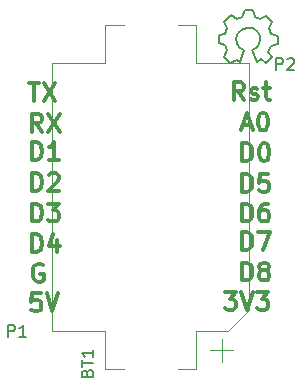
<source format=gto>
%TF.GenerationSoftware,KiCad,Pcbnew,(5.1.7)-1*%
%TF.CreationDate,2021-01-11T01:01:30-05:00*%
%TF.ProjectId,d1_mini_clock,64315f6d-696e-4695-9f63-6c6f636b2e6b,rev?*%
%TF.SameCoordinates,Original*%
%TF.FileFunction,Legend,Top*%
%TF.FilePolarity,Positive*%
%FSLAX46Y46*%
G04 Gerber Fmt 4.6, Leading zero omitted, Abs format (unit mm)*
G04 Created by KiCad (PCBNEW (5.1.7)-1) date 2021-01-11 01:01:30*
%MOMM*%
%LPD*%
G01*
G04 APERTURE LIST*
%ADD10C,0.300000*%
%ADD11C,0.150000*%
%ADD12C,0.120000*%
%ADD13O,2.200000X2.200000*%
G04 APERTURE END LIST*
D10*
X146828571Y-86778571D02*
X146328571Y-86064285D01*
X145971428Y-86778571D02*
X145971428Y-85278571D01*
X146542857Y-85278571D01*
X146685714Y-85350000D01*
X146757142Y-85421428D01*
X146828571Y-85564285D01*
X146828571Y-85778571D01*
X146757142Y-85921428D01*
X146685714Y-85992857D01*
X146542857Y-86064285D01*
X145971428Y-86064285D01*
X147400000Y-86707142D02*
X147542857Y-86778571D01*
X147828571Y-86778571D01*
X147971428Y-86707142D01*
X148042857Y-86564285D01*
X148042857Y-86492857D01*
X147971428Y-86350000D01*
X147828571Y-86278571D01*
X147614285Y-86278571D01*
X147471428Y-86207142D01*
X147400000Y-86064285D01*
X147400000Y-85992857D01*
X147471428Y-85850000D01*
X147614285Y-85778571D01*
X147828571Y-85778571D01*
X147971428Y-85850000D01*
X148471428Y-85778571D02*
X149042857Y-85778571D01*
X148685714Y-85278571D02*
X148685714Y-86564285D01*
X148757142Y-86707142D01*
X148900000Y-86778571D01*
X149042857Y-86778571D01*
X146728571Y-88950000D02*
X147442857Y-88950000D01*
X146585714Y-89378571D02*
X147085714Y-87878571D01*
X147585714Y-89378571D01*
X148371428Y-87878571D02*
X148514285Y-87878571D01*
X148657142Y-87950000D01*
X148728571Y-88021428D01*
X148800000Y-88164285D01*
X148871428Y-88450000D01*
X148871428Y-88807142D01*
X148800000Y-89092857D01*
X148728571Y-89235714D01*
X148657142Y-89307142D01*
X148514285Y-89378571D01*
X148371428Y-89378571D01*
X148228571Y-89307142D01*
X148157142Y-89235714D01*
X148085714Y-89092857D01*
X148014285Y-88807142D01*
X148014285Y-88450000D01*
X148085714Y-88164285D01*
X148157142Y-88021428D01*
X148228571Y-87950000D01*
X148371428Y-87878571D01*
X146692857Y-91978571D02*
X146692857Y-90478571D01*
X147050000Y-90478571D01*
X147264285Y-90550000D01*
X147407142Y-90692857D01*
X147478571Y-90835714D01*
X147550000Y-91121428D01*
X147550000Y-91335714D01*
X147478571Y-91621428D01*
X147407142Y-91764285D01*
X147264285Y-91907142D01*
X147050000Y-91978571D01*
X146692857Y-91978571D01*
X148478571Y-90478571D02*
X148621428Y-90478571D01*
X148764285Y-90550000D01*
X148835714Y-90621428D01*
X148907142Y-90764285D01*
X148978571Y-91050000D01*
X148978571Y-91407142D01*
X148907142Y-91692857D01*
X148835714Y-91835714D01*
X148764285Y-91907142D01*
X148621428Y-91978571D01*
X148478571Y-91978571D01*
X148335714Y-91907142D01*
X148264285Y-91835714D01*
X148192857Y-91692857D01*
X148121428Y-91407142D01*
X148121428Y-91050000D01*
X148192857Y-90764285D01*
X148264285Y-90621428D01*
X148335714Y-90550000D01*
X148478571Y-90478571D01*
X146692857Y-94578571D02*
X146692857Y-93078571D01*
X147050000Y-93078571D01*
X147264285Y-93150000D01*
X147407142Y-93292857D01*
X147478571Y-93435714D01*
X147550000Y-93721428D01*
X147550000Y-93935714D01*
X147478571Y-94221428D01*
X147407142Y-94364285D01*
X147264285Y-94507142D01*
X147050000Y-94578571D01*
X146692857Y-94578571D01*
X148907142Y-93078571D02*
X148192857Y-93078571D01*
X148121428Y-93792857D01*
X148192857Y-93721428D01*
X148335714Y-93650000D01*
X148692857Y-93650000D01*
X148835714Y-93721428D01*
X148907142Y-93792857D01*
X148978571Y-93935714D01*
X148978571Y-94292857D01*
X148907142Y-94435714D01*
X148835714Y-94507142D01*
X148692857Y-94578571D01*
X148335714Y-94578571D01*
X148192857Y-94507142D01*
X148121428Y-94435714D01*
X146692857Y-97078571D02*
X146692857Y-95578571D01*
X147050000Y-95578571D01*
X147264285Y-95650000D01*
X147407142Y-95792857D01*
X147478571Y-95935714D01*
X147550000Y-96221428D01*
X147550000Y-96435714D01*
X147478571Y-96721428D01*
X147407142Y-96864285D01*
X147264285Y-97007142D01*
X147050000Y-97078571D01*
X146692857Y-97078571D01*
X148835714Y-95578571D02*
X148550000Y-95578571D01*
X148407142Y-95650000D01*
X148335714Y-95721428D01*
X148192857Y-95935714D01*
X148121428Y-96221428D01*
X148121428Y-96792857D01*
X148192857Y-96935714D01*
X148264285Y-97007142D01*
X148407142Y-97078571D01*
X148692857Y-97078571D01*
X148835714Y-97007142D01*
X148907142Y-96935714D01*
X148978571Y-96792857D01*
X148978571Y-96435714D01*
X148907142Y-96292857D01*
X148835714Y-96221428D01*
X148692857Y-96150000D01*
X148407142Y-96150000D01*
X148264285Y-96221428D01*
X148192857Y-96292857D01*
X148121428Y-96435714D01*
X146692857Y-99478571D02*
X146692857Y-97978571D01*
X147050000Y-97978571D01*
X147264285Y-98050000D01*
X147407142Y-98192857D01*
X147478571Y-98335714D01*
X147550000Y-98621428D01*
X147550000Y-98835714D01*
X147478571Y-99121428D01*
X147407142Y-99264285D01*
X147264285Y-99407142D01*
X147050000Y-99478571D01*
X146692857Y-99478571D01*
X148050000Y-97978571D02*
X149050000Y-97978571D01*
X148407142Y-99478571D01*
X146692857Y-102078571D02*
X146692857Y-100578571D01*
X147050000Y-100578571D01*
X147264285Y-100650000D01*
X147407142Y-100792857D01*
X147478571Y-100935714D01*
X147550000Y-101221428D01*
X147550000Y-101435714D01*
X147478571Y-101721428D01*
X147407142Y-101864285D01*
X147264285Y-102007142D01*
X147050000Y-102078571D01*
X146692857Y-102078571D01*
X148407142Y-101221428D02*
X148264285Y-101150000D01*
X148192857Y-101078571D01*
X148121428Y-100935714D01*
X148121428Y-100864285D01*
X148192857Y-100721428D01*
X148264285Y-100650000D01*
X148407142Y-100578571D01*
X148692857Y-100578571D01*
X148835714Y-100650000D01*
X148907142Y-100721428D01*
X148978571Y-100864285D01*
X148978571Y-100935714D01*
X148907142Y-101078571D01*
X148835714Y-101150000D01*
X148692857Y-101221428D01*
X148407142Y-101221428D01*
X148264285Y-101292857D01*
X148192857Y-101364285D01*
X148121428Y-101507142D01*
X148121428Y-101792857D01*
X148192857Y-101935714D01*
X148264285Y-102007142D01*
X148407142Y-102078571D01*
X148692857Y-102078571D01*
X148835714Y-102007142D01*
X148907142Y-101935714D01*
X148978571Y-101792857D01*
X148978571Y-101507142D01*
X148907142Y-101364285D01*
X148835714Y-101292857D01*
X148692857Y-101221428D01*
X145242857Y-103078571D02*
X146171428Y-103078571D01*
X145671428Y-103650000D01*
X145885714Y-103650000D01*
X146028571Y-103721428D01*
X146100000Y-103792857D01*
X146171428Y-103935714D01*
X146171428Y-104292857D01*
X146100000Y-104435714D01*
X146028571Y-104507142D01*
X145885714Y-104578571D01*
X145457142Y-104578571D01*
X145314285Y-104507142D01*
X145242857Y-104435714D01*
X146600000Y-103078571D02*
X147100000Y-104578571D01*
X147600000Y-103078571D01*
X147957142Y-103078571D02*
X148885714Y-103078571D01*
X148385714Y-103650000D01*
X148600000Y-103650000D01*
X148742857Y-103721428D01*
X148814285Y-103792857D01*
X148885714Y-103935714D01*
X148885714Y-104292857D01*
X148814285Y-104435714D01*
X148742857Y-104507142D01*
X148600000Y-104578571D01*
X148171428Y-104578571D01*
X148028571Y-104507142D01*
X147957142Y-104435714D01*
X128657142Y-85378571D02*
X129514285Y-85378571D01*
X129085714Y-86878571D02*
X129085714Y-85378571D01*
X129871428Y-85378571D02*
X130871428Y-86878571D01*
X130871428Y-85378571D02*
X129871428Y-86878571D01*
X129750000Y-89478571D02*
X129250000Y-88764285D01*
X128892857Y-89478571D02*
X128892857Y-87978571D01*
X129464285Y-87978571D01*
X129607142Y-88050000D01*
X129678571Y-88121428D01*
X129750000Y-88264285D01*
X129750000Y-88478571D01*
X129678571Y-88621428D01*
X129607142Y-88692857D01*
X129464285Y-88764285D01*
X128892857Y-88764285D01*
X130250000Y-87978571D02*
X131250000Y-89478571D01*
X131250000Y-87978571D02*
X130250000Y-89478571D01*
X128892857Y-91878571D02*
X128892857Y-90378571D01*
X129250000Y-90378571D01*
X129464285Y-90450000D01*
X129607142Y-90592857D01*
X129678571Y-90735714D01*
X129750000Y-91021428D01*
X129750000Y-91235714D01*
X129678571Y-91521428D01*
X129607142Y-91664285D01*
X129464285Y-91807142D01*
X129250000Y-91878571D01*
X128892857Y-91878571D01*
X131178571Y-91878571D02*
X130321428Y-91878571D01*
X130750000Y-91878571D02*
X130750000Y-90378571D01*
X130607142Y-90592857D01*
X130464285Y-90735714D01*
X130321428Y-90807142D01*
X128892857Y-94478571D02*
X128892857Y-92978571D01*
X129250000Y-92978571D01*
X129464285Y-93050000D01*
X129607142Y-93192857D01*
X129678571Y-93335714D01*
X129750000Y-93621428D01*
X129750000Y-93835714D01*
X129678571Y-94121428D01*
X129607142Y-94264285D01*
X129464285Y-94407142D01*
X129250000Y-94478571D01*
X128892857Y-94478571D01*
X130321428Y-93121428D02*
X130392857Y-93050000D01*
X130535714Y-92978571D01*
X130892857Y-92978571D01*
X131035714Y-93050000D01*
X131107142Y-93121428D01*
X131178571Y-93264285D01*
X131178571Y-93407142D01*
X131107142Y-93621428D01*
X130250000Y-94478571D01*
X131178571Y-94478571D01*
X128892857Y-97078571D02*
X128892857Y-95578571D01*
X129250000Y-95578571D01*
X129464285Y-95650000D01*
X129607142Y-95792857D01*
X129678571Y-95935714D01*
X129750000Y-96221428D01*
X129750000Y-96435714D01*
X129678571Y-96721428D01*
X129607142Y-96864285D01*
X129464285Y-97007142D01*
X129250000Y-97078571D01*
X128892857Y-97078571D01*
X130250000Y-95578571D02*
X131178571Y-95578571D01*
X130678571Y-96150000D01*
X130892857Y-96150000D01*
X131035714Y-96221428D01*
X131107142Y-96292857D01*
X131178571Y-96435714D01*
X131178571Y-96792857D01*
X131107142Y-96935714D01*
X131035714Y-97007142D01*
X130892857Y-97078571D01*
X130464285Y-97078571D01*
X130321428Y-97007142D01*
X130250000Y-96935714D01*
X128892857Y-99678571D02*
X128892857Y-98178571D01*
X129250000Y-98178571D01*
X129464285Y-98250000D01*
X129607142Y-98392857D01*
X129678571Y-98535714D01*
X129750000Y-98821428D01*
X129750000Y-99035714D01*
X129678571Y-99321428D01*
X129607142Y-99464285D01*
X129464285Y-99607142D01*
X129250000Y-99678571D01*
X128892857Y-99678571D01*
X131035714Y-98678571D02*
X131035714Y-99678571D01*
X130678571Y-98107142D02*
X130321428Y-99178571D01*
X131250000Y-99178571D01*
X129792857Y-100750000D02*
X129650000Y-100678571D01*
X129435714Y-100678571D01*
X129221428Y-100750000D01*
X129078571Y-100892857D01*
X129007142Y-101035714D01*
X128935714Y-101321428D01*
X128935714Y-101535714D01*
X129007142Y-101821428D01*
X129078571Y-101964285D01*
X129221428Y-102107142D01*
X129435714Y-102178571D01*
X129578571Y-102178571D01*
X129792857Y-102107142D01*
X129864285Y-102035714D01*
X129864285Y-101535714D01*
X129578571Y-101535714D01*
X129614285Y-103178571D02*
X128900000Y-103178571D01*
X128828571Y-103892857D01*
X128900000Y-103821428D01*
X129042857Y-103750000D01*
X129400000Y-103750000D01*
X129542857Y-103821428D01*
X129614285Y-103892857D01*
X129685714Y-104035714D01*
X129685714Y-104392857D01*
X129614285Y-104535714D01*
X129542857Y-104607142D01*
X129400000Y-104678571D01*
X129042857Y-104678571D01*
X128900000Y-104607142D01*
X128828571Y-104535714D01*
X130114285Y-103178571D02*
X130614285Y-104678571D01*
X131114285Y-103178571D01*
D11*
%TO.C,*%
X145412460Y-82590640D02*
X145153380Y-83151980D01*
X145153380Y-83151980D02*
X145691860Y-83670140D01*
X145691860Y-83670140D02*
X146212560Y-83400900D01*
X146212560Y-83400900D02*
X146491960Y-83560920D01*
X147932140Y-83540600D02*
X148262340Y-83350100D01*
X148262340Y-83350100D02*
X148701760Y-83680300D01*
X148701760Y-83680300D02*
X149174200Y-83190080D01*
X149174200Y-83190080D02*
X148892260Y-82710020D01*
X148892260Y-82710020D02*
X149082760Y-82240120D01*
X149082760Y-82240120D02*
X149692360Y-82052160D01*
X149692360Y-82052160D02*
X149692360Y-81371440D01*
X149692360Y-81371440D02*
X149133560Y-81231740D01*
X149133560Y-81231740D02*
X148932900Y-80660240D01*
X148932900Y-80660240D02*
X149202140Y-80190340D01*
X149202140Y-80190340D02*
X148732240Y-79679800D01*
X148732240Y-79679800D02*
X148214080Y-79941420D01*
X148214080Y-79941420D02*
X147744180Y-79740760D01*
X147744180Y-79740760D02*
X147574000Y-79199740D01*
X147574000Y-79199740D02*
X146883120Y-79181960D01*
X146883120Y-79181960D02*
X146672300Y-79730600D01*
X146672300Y-79730600D02*
X146253200Y-79900780D01*
X146253200Y-79900780D02*
X145702020Y-79631540D01*
X145702020Y-79631540D02*
X145183860Y-80159860D01*
X145183860Y-80159860D02*
X145432780Y-80700880D01*
X145432780Y-80700880D02*
X145262600Y-81180940D01*
X145262600Y-81180940D02*
X144713960Y-81280000D01*
X144713960Y-81280000D02*
X144703800Y-81981040D01*
X144703800Y-81981040D02*
X145262600Y-82181700D01*
X145262600Y-82181700D02*
X145402300Y-82580480D01*
X147543520Y-82560160D02*
X147843240Y-82410300D01*
X147843240Y-82410300D02*
X148043900Y-82212180D01*
X148043900Y-82212180D02*
X148193760Y-81810860D01*
X148193760Y-81810860D02*
X148193760Y-81412080D01*
X148193760Y-81412080D02*
X148043900Y-81061560D01*
X148043900Y-81061560D02*
X147591780Y-80711040D01*
X147591780Y-80711040D02*
X147142200Y-80660240D01*
X147142200Y-80660240D02*
X146743420Y-80761840D01*
X146743420Y-80761840D02*
X146342100Y-81109820D01*
X146342100Y-81109820D02*
X146192240Y-81561940D01*
X146192240Y-81561940D02*
X146243040Y-82059780D01*
X146243040Y-82059780D02*
X146491960Y-82362040D01*
X146491960Y-82362040D02*
X146842480Y-82560160D01*
X146842480Y-82560160D02*
X146491960Y-83560920D01*
X147543520Y-82560160D02*
X147942300Y-83560920D01*
D12*
%TO.C,BT1*%
X142788000Y-83646000D02*
X142788000Y-80446000D01*
X142788000Y-80446000D02*
X141238000Y-80446000D01*
X147288000Y-83646000D02*
X142788000Y-83646000D01*
X147288000Y-83646000D02*
X147288000Y-104546000D01*
X145488000Y-106346000D02*
X142788000Y-106346000D01*
X147288000Y-104546000D02*
X145488000Y-106346000D01*
X142788000Y-106346000D02*
X142788000Y-109546000D01*
X142788000Y-109546000D02*
X141238000Y-109546000D01*
X135088000Y-106346000D02*
X135088000Y-109546000D01*
X135088000Y-109546000D02*
X136638000Y-109546000D01*
X135088000Y-83646000D02*
X135088000Y-80446000D01*
X135088000Y-80446000D02*
X136638000Y-80446000D01*
X130588000Y-106346000D02*
X130588000Y-83646000D01*
X130588000Y-106346000D02*
X135088000Y-106346000D01*
X130588000Y-83646000D02*
X135088000Y-83646000D01*
X143938000Y-107996000D02*
X145938000Y-107996000D01*
X144938000Y-106996000D02*
X144938000Y-108996000D01*
%TO.C,P1*%
D11*
X126861904Y-106852380D02*
X126861904Y-105852380D01*
X127242857Y-105852380D01*
X127338095Y-105900000D01*
X127385714Y-105947619D01*
X127433333Y-106042857D01*
X127433333Y-106185714D01*
X127385714Y-106280952D01*
X127338095Y-106328571D01*
X127242857Y-106376190D01*
X126861904Y-106376190D01*
X128385714Y-106852380D02*
X127814285Y-106852380D01*
X128100000Y-106852380D02*
X128100000Y-105852380D01*
X128004761Y-105995238D01*
X127909523Y-106090476D01*
X127814285Y-106138095D01*
%TO.C,P2*%
X149561904Y-84252380D02*
X149561904Y-83252380D01*
X149942857Y-83252380D01*
X150038095Y-83300000D01*
X150085714Y-83347619D01*
X150133333Y-83442857D01*
X150133333Y-83585714D01*
X150085714Y-83680952D01*
X150038095Y-83728571D01*
X149942857Y-83776190D01*
X149561904Y-83776190D01*
X150514285Y-83347619D02*
X150561904Y-83300000D01*
X150657142Y-83252380D01*
X150895238Y-83252380D01*
X150990476Y-83300000D01*
X151038095Y-83347619D01*
X151085714Y-83442857D01*
X151085714Y-83538095D01*
X151038095Y-83680952D01*
X150466666Y-84252380D01*
X151085714Y-84252380D01*
%TO.C,BT1*%
X133566571Y-109906714D02*
X133614190Y-109763857D01*
X133661809Y-109716238D01*
X133757047Y-109668619D01*
X133899904Y-109668619D01*
X133995142Y-109716238D01*
X134042761Y-109763857D01*
X134090380Y-109859095D01*
X134090380Y-110240047D01*
X133090380Y-110240047D01*
X133090380Y-109906714D01*
X133138000Y-109811476D01*
X133185619Y-109763857D01*
X133280857Y-109716238D01*
X133376095Y-109716238D01*
X133471333Y-109763857D01*
X133518952Y-109811476D01*
X133566571Y-109906714D01*
X133566571Y-110240047D01*
X133090380Y-109382904D02*
X133090380Y-108811476D01*
X134090380Y-109097190D02*
X133090380Y-109097190D01*
X134090380Y-107954333D02*
X134090380Y-108525761D01*
X134090380Y-108240047D02*
X133090380Y-108240047D01*
X133233238Y-108335285D01*
X133328476Y-108430523D01*
X133376095Y-108525761D01*
%TD*%
%LPC*%
%TO.C,P1*%
G36*
G01*
X128590000Y-103050000D02*
X128590000Y-104850000D01*
G75*
G02*
X128390000Y-105050000I-200000J0D01*
G01*
X126590000Y-105050000D01*
G75*
G02*
X126390000Y-104850000I0J200000D01*
G01*
X126390000Y-103050000D01*
G75*
G02*
X126590000Y-102850000I200000J0D01*
G01*
X128390000Y-102850000D01*
G75*
G02*
X128590000Y-103050000I0J-200000D01*
G01*
G37*
D13*
X127490000Y-101410000D03*
X127490000Y-98870000D03*
X127490000Y-96330000D03*
X127490000Y-93790000D03*
X127490000Y-91250000D03*
X127490000Y-88710000D03*
X127490000Y-86170000D03*
%TD*%
%TO.C,P2*%
G36*
G01*
X151450000Y-103050000D02*
X151450000Y-104850000D01*
G75*
G02*
X151250000Y-105050000I-200000J0D01*
G01*
X149450000Y-105050000D01*
G75*
G02*
X149250000Y-104850000I0J200000D01*
G01*
X149250000Y-103050000D01*
G75*
G02*
X149450000Y-102850000I200000J0D01*
G01*
X151250000Y-102850000D01*
G75*
G02*
X151450000Y-103050000I0J-200000D01*
G01*
G37*
X150350000Y-101410000D03*
X150350000Y-98870000D03*
X150350000Y-96330000D03*
X150350000Y-93790000D03*
X150350000Y-91250000D03*
X150350000Y-88710000D03*
X150350000Y-86170000D03*
%TD*%
%TO.C,BT1*%
G36*
G01*
X137138000Y-78846000D02*
X140738000Y-78846000D01*
G75*
G02*
X140938000Y-79046000I0J-200000D01*
G01*
X140938000Y-81646000D01*
G75*
G02*
X140738000Y-81846000I-200000J0D01*
G01*
X137138000Y-81846000D01*
G75*
G02*
X136938000Y-81646000I0J200000D01*
G01*
X136938000Y-79046000D01*
G75*
G02*
X137138000Y-78846000I200000J0D01*
G01*
G37*
G36*
G01*
X137138000Y-108146000D02*
X140738000Y-108146000D01*
G75*
G02*
X140938000Y-108346000I0J-200000D01*
G01*
X140938000Y-110946000D01*
G75*
G02*
X140738000Y-111146000I-200000J0D01*
G01*
X137138000Y-111146000D01*
G75*
G02*
X136938000Y-110946000I0J200000D01*
G01*
X136938000Y-108346000D01*
G75*
G02*
X137138000Y-108146000I200000J0D01*
G01*
G37*
%TD*%
M02*

</source>
